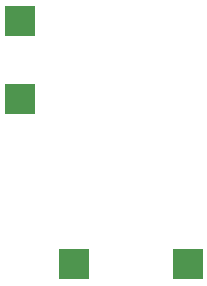
<source format=gbr>
%TF.GenerationSoftware,KiCad,Pcbnew,9.0.3*%
%TF.CreationDate,2025-12-28T20:16:34+01:00*%
%TF.ProjectId,Gleichrichter_Fernlicht,476c6569-6368-4726-9963-687465725f46,rev?*%
%TF.SameCoordinates,Original*%
%TF.FileFunction,Soldermask,Top*%
%TF.FilePolarity,Negative*%
%FSLAX46Y46*%
G04 Gerber Fmt 4.6, Leading zero omitted, Abs format (unit mm)*
G04 Created by KiCad (PCBNEW 9.0.3) date 2025-12-28 20:16:34*
%MOMM*%
%LPD*%
G01*
G04 APERTURE LIST*
%ADD10R,2.500000X2.500000*%
G04 APERTURE END LIST*
D10*
%TO.C,TP8*%
X135128000Y-106680000D03*
%TD*%
%TO.C,TP7*%
X139700000Y-120650000D03*
%TD*%
%TO.C,TP6*%
X149352000Y-120650000D03*
%TD*%
%TO.C,TP5*%
X135128000Y-100076000D03*
%TD*%
M02*

</source>
